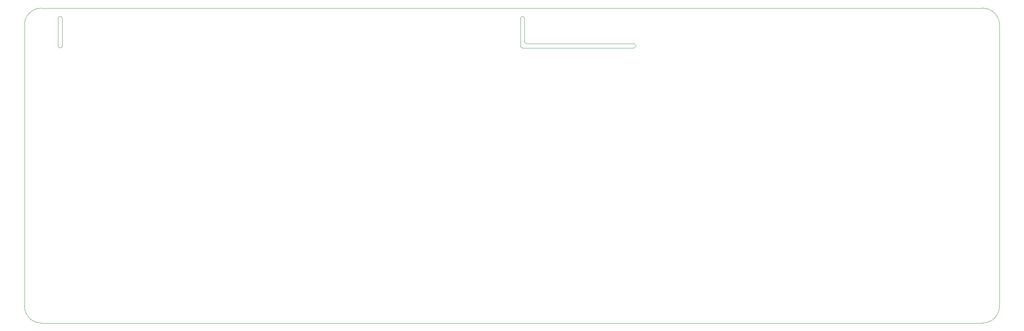
<source format=gbr>
%TF.GenerationSoftware,KiCad,Pcbnew,(6.0.0-0)*%
%TF.CreationDate,2022-01-15T16:46:20+01:00*%
%TF.ProjectId,Power-Supply-2,506f7765-722d-4537-9570-706c792d322e,1*%
%TF.SameCoordinates,Original*%
%TF.FileFunction,Profile,NP*%
%FSLAX46Y46*%
G04 Gerber Fmt 4.6, Leading zero omitted, Abs format (unit mm)*
G04 Created by KiCad (PCBNEW (6.0.0-0)) date 2022-01-15 16:46:20*
%MOMM*%
%LPD*%
G01*
G04 APERTURE LIST*
%TA.AperFunction,Profile*%
%ADD10C,0.050000*%
%TD*%
%TA.AperFunction,Profile*%
%ADD11C,0.038100*%
%TD*%
G04 APERTURE END LIST*
D10*
X22000000Y-62500000D02*
X246000000Y-62500000D01*
D11*
X27000000Y-65000000D02*
G75*
G03*
X26000000Y-65000000I-500000J0D01*
G01*
X26000000Y-71500000D02*
G75*
G03*
X27000000Y-71500000I500000J0D01*
G01*
D10*
X18000000Y-133500000D02*
G75*
G03*
X22000000Y-137500000I4000000J0D01*
G01*
X250000000Y-66500000D02*
G75*
G03*
X246000000Y-62500000I-4000000J0D01*
G01*
D11*
X136000000Y-71500000D02*
X136000000Y-65000000D01*
D10*
X22000000Y-62500000D02*
G75*
G03*
X18000000Y-66500000I0J-4000000D01*
G01*
D11*
X137500000Y-71000000D02*
X163000000Y-70968000D01*
X136000000Y-71500000D02*
G75*
G03*
X136500000Y-72000000I500001J1D01*
G01*
X136500000Y-72000000D02*
X163000000Y-71968000D01*
D10*
X18000000Y-133500000D02*
X18000000Y-66500000D01*
D11*
X27000000Y-71500000D02*
X27000000Y-65000000D01*
X137000000Y-70500000D02*
X137000000Y-65000000D01*
X26000000Y-71500000D02*
X26000000Y-65000000D01*
X137000000Y-70500000D02*
G75*
G03*
X137500000Y-71000000I500001J1D01*
G01*
D10*
X246000000Y-137500000D02*
X22000000Y-137500000D01*
X246000000Y-137500000D02*
G75*
G03*
X250000000Y-133500000I0J4000000D01*
G01*
D11*
X137000000Y-65000000D02*
G75*
G03*
X136000000Y-65000000I-500000J0D01*
G01*
X163000000Y-71968000D02*
G75*
G03*
X163000000Y-70968000I0J500000D01*
G01*
D10*
X250000000Y-66500000D02*
X250000000Y-133500000D01*
M02*

</source>
